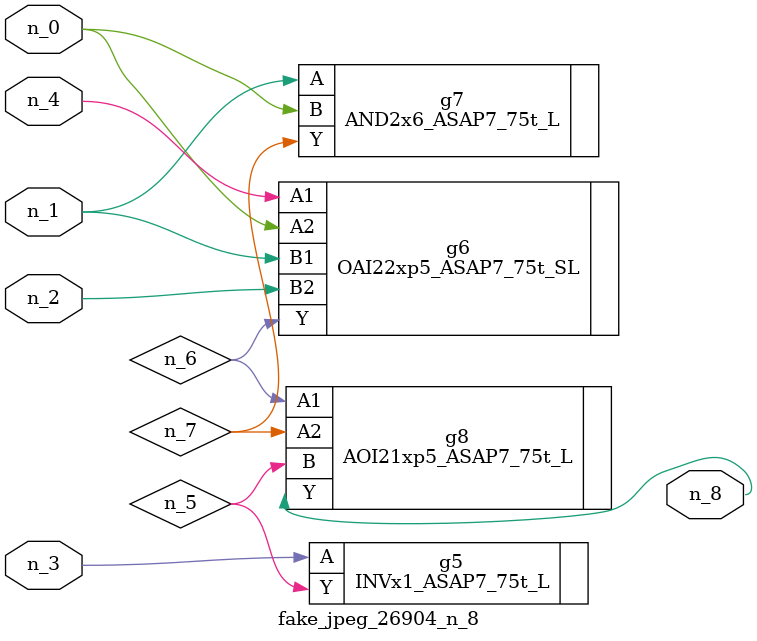
<source format=v>
module fake_jpeg_26904_n_8 (n_3, n_2, n_1, n_0, n_4, n_8);

input n_3;
input n_2;
input n_1;
input n_0;
input n_4;

output n_8;

wire n_6;
wire n_5;
wire n_7;

INVx1_ASAP7_75t_L g5 ( 
.A(n_3),
.Y(n_5)
);

OAI22xp5_ASAP7_75t_SL g6 ( 
.A1(n_4),
.A2(n_0),
.B1(n_1),
.B2(n_2),
.Y(n_6)
);

AND2x6_ASAP7_75t_L g7 ( 
.A(n_1),
.B(n_0),
.Y(n_7)
);

AOI21xp5_ASAP7_75t_L g8 ( 
.A1(n_6),
.A2(n_7),
.B(n_5),
.Y(n_8)
);


endmodule
</source>
